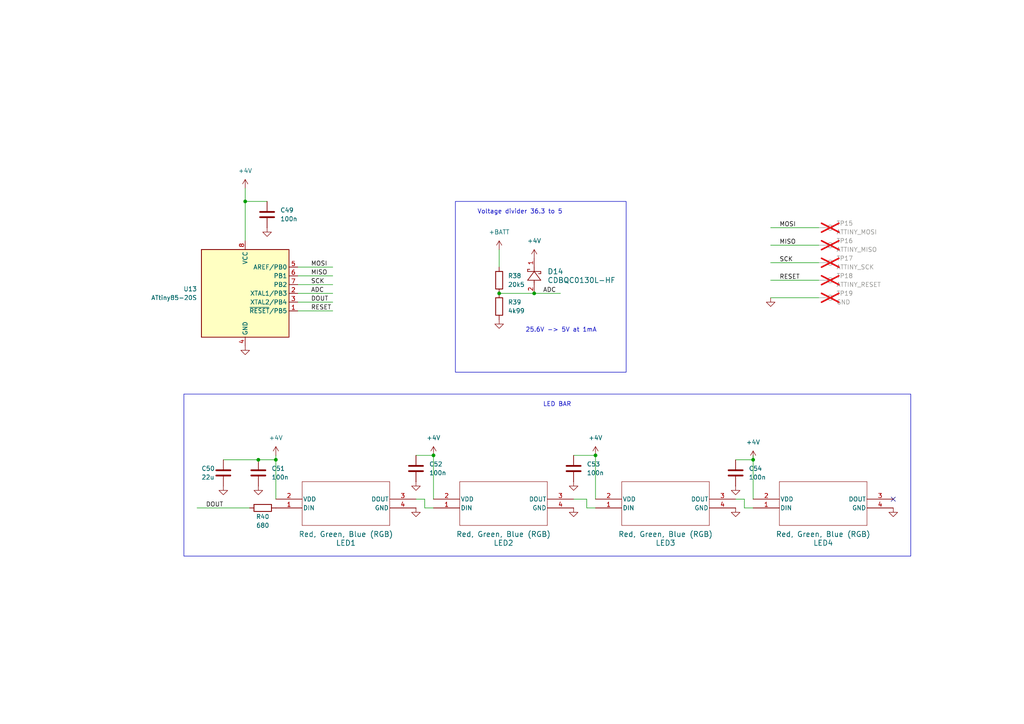
<source format=kicad_sch>
(kicad_sch (version 20231120) (generator "eeschema") (generator_version "8.0")
  (paper "A4")
  (lib_symbols
    (symbol "Connector:TestPoint" (pin_numbers hide) (pin_names (offset 0.762) hide)
      (property "Reference" "TP" (at 0 6.858 0))
      (property "Value" "TestPoint" (at 0 5.08 0))
      (symbol "TestPoint_0_1"
        (circle (center 0 3.302) (radius 0.762))
      )
      (symbol "TestPoint_1_1"
        (pin passive line (at 0 0 90) (length 2.54) (name "1") (number "1"))
      )
    )
    (symbol "Device:C" (pin_numbers hide) (pin_names (offset 0.254))
      (property "Reference" "C" (at 0.635 2.54 0))
      (property "Value" "C" (at 0.635 -2.54 0))
      (symbol "C_0_1"
        (polyline (pts (xy -2.032 -0.762) (xy 2.032 -0.762)) (stroke (width 0.508)))
        (polyline (pts (xy -2.032 0.762) (xy 2.032 0.762)) (stroke (width 0.508)))
      )
      (symbol "C_1_1"
        (pin passive line (at 0 3.81 270) (length 2.794) (name "~") (number "1"))
        (pin passive line (at 0 -3.81 90) (length 2.794) (name "~") (number "2"))
      )
    )
    (symbol "Device:R" (pin_numbers hide) (pin_names (offset 0))
      (property "Reference" "R" (at 2.032 0 90))
      (property "Value" "R" (at 0 0 90))
      (symbol "R_0_1"
        (rectangle (start -1.016 -2.54) (end 1.016 2.54) (stroke (width 0.254)))
      )
      (symbol "R_1_1"
        (pin passive line (at 0 3.81 270) (length 1.27) (name "~") (number "1"))
        (pin passive line (at 0 -3.81 90) (length 1.27) (name "~") (number "2"))
      )
    )
    (symbol "GND_2" (power) (pin_numbers hide) (pin_names (offset 0) hide)
      (property "Value" "GND" (at 0 -3.81 0))
      (symbol "GND_2_0_1"
        (polyline (pts (xy 0 0) (xy 0 -1.27) (xy 1.27 -1.27) (xy 0 -2.54) (xy -1.27 -1.27) (xy 0 -1.27)))
      )
      (symbol "GND_2_1_1"
        (pin power_in line (at 0 0 270) (length 0) (name "~") (number "1"))
      )
    )
    (symbol "MCU_Microchip_ATtiny:ATtiny85-20S"
      (property "Reference" "U" (at -12.7 13.97 0))
      (property "Value" "ATtiny85-20S" (at 2.54 -13.97 0))
      (symbol "ATtiny85-20S_0_1"
        (rectangle (start -12.7 -12.7) (end 12.7 12.7) (stroke (width 0.254)) (fill (type background)))
      )
      (symbol "ATtiny85-20S_1_1"
        (pin bidirectional line (at 15.24 -5.08 180) (length 2.54) (name "~{RESET}/PB5") (number "1"))
        (pin bidirectional line (at 15.24 0 180) (length 2.54) (name "XTAL1/PB3") (number "2"))
        (pin bidirectional line (at 15.24 -2.54 180) (length 2.54) (name "XTAL2/PB4") (number "3"))
        (pin power_in line (at 0 -15.24 90) (length 2.54) (name "GND") (number "4"))
        (pin bidirectional line (at 15.24 7.62 180) (length 2.54) (name "AREF/PB0") (number "5"))
        (pin bidirectional line (at 15.24 5.08 180) (length 2.54) (name "PB1") (number "6"))
        (pin bidirectional line (at 15.24 2.54 180) (length 2.54) (name "PB2") (number "7"))
        (pin power_in line (at 0 15.24 270) (length 2.54) (name "VCC") (number "8"))
      )
    )
    (symbol "Project_Library:CDBQC0130L-HF" (pin_names (offset 0.254))
      (property "Reference" "CR" (at 5.08 4.445 0))
      (property "Value" "CDBQC0130L-HF" (at 5.08 -3.81 0))
      (symbol "CDBQC0130L-HF_0_1"
        (polyline (pts (xy 2.54 0) (xy 3.4798 0)) (stroke (width 0.2032)))
        (polyline (pts (xy 3.175 0) (xy 3.81 0)) (stroke (width 0.2032)))
        (polyline (pts (xy 3.81 -1.905) (xy 6.35 0)) (stroke (width 0.2032)))
        (polyline (pts (xy 3.81 1.905) (xy 3.81 -1.905)) (stroke (width 0.2032)))
        (polyline (pts (xy 5.715 -1.905) (xy 5.715 -1.27)) (stroke (width 0.2032)))
        (polyline (pts (xy 6.35 -1.905) (xy 5.715 -1.905)) (stroke (width 0.2032)))
        (polyline (pts (xy 6.35 -1.905) (xy 6.35 1.905)) (stroke (width 0.2032)))
        (polyline (pts (xy 6.35 0) (xy 3.81 1.905)) (stroke (width 0.2032)))
        (polyline (pts (xy 6.35 0) (xy 7.62 0)) (stroke (width 0.2032)))
        (polyline (pts (xy 6.35 1.905) (xy 6.985 1.905)) (stroke (width 0.2032)))
        (polyline (pts (xy 6.985 1.905) (xy 6.985 1.27)) (stroke (width 0.2032)))
        (pin unspecified line (at 10.16 0 180) (length 2.54) (name "") (number "1"))
        (pin unspecified line (at 0 0 0) (length 2.54) (name "") (number "2"))
      )
    )
    (symbol "Project_Library:IN-PI15TAT5R5G5B" (pin_names (offset 0.254))
      (property "Reference" "LED" (at 20.32 10.16 0))
      (property "Value" "IN-PI15TAT5R5G5B" (at 20.32 7.62 0))
      (symbol "IN-PI15TAT5R5G5B_0_1"
        (polyline (pts (xy 7.62 -7.62) (xy 33.02 -7.62)) (stroke (width 0.127)))
        (polyline (pts (xy 7.62 5.08) (xy 7.62 -7.62)) (stroke (width 0.127)))
        (polyline (pts (xy 33.02 -7.62) (xy 33.02 5.08)) (stroke (width 0.127)))
        (polyline (pts (xy 33.02 5.08) (xy 7.62 5.08)) (stroke (width 0.127)))
        (pin input line (at 0 0 0) (length 7.62) (name "DIN") (number "1"))
        (pin power_in line (at 0 -2.54 0) (length 7.62) (name "VDD") (number "2"))
        (pin output line (at 40.64 -2.54 180) (length 7.62) (name "DOUT") (number "3"))
      )
      (symbol "IN-PI15TAT5R5G5B_1_1"
        (pin power_in line (at 40.64 0 180) (length 7.62) (name "GND") (number "4"))
      )
    )
    (symbol "power:+4V" (power) (pin_numbers hide) (pin_names (offset 0) hide)
      (property "Value" "+4V" (at 0 3.556 0))
      (symbol "+4V_0_1"
        (polyline (pts (xy -0.762 1.27) (xy 0 2.54)))
        (polyline (pts (xy 0 0) (xy 0 2.54)))
        (polyline (pts (xy 0 2.54) (xy 0.762 1.27)))
      )
      (symbol "+4V_1_1"
        (pin power_in line (at 0 0 90) (length 0) (name "~") (number "1"))
      )
    )
    (symbol "power:+BATT" (power) (pin_numbers hide) (pin_names (offset 0) hide)
      (property "Value" "+BATT" (at 0 3.556 0))
      (symbol "+BATT_0_1"
        (polyline (pts (xy -0.762 1.27) (xy 0 2.54)))
        (polyline (pts (xy 0 0) (xy 0 2.54)))
        (polyline (pts (xy 0 2.54) (xy 0.762 1.27)))
      )
      (symbol "+BATT_1_1"
        (pin power_in line (at 0 0 90) (length 0) (name "~") (number "1"))
      )
    )
  )
  (junction (at 125.73 132.08))
  (junction (at 74.93 133.35))
  (junction (at 218.44 133.35))
  (junction (at 71.12 58.42))
  (junction (at 80.01 133.35))
  (junction (at 172.72 132.08))
  (junction (at 154.94 85.09))
  (junction (at 144.78 85.09))
  (no_connect (at 259.08 144.78))
  (wire (pts (xy 120.65 144.78) (xy 123.19 144.78)))
  (wire (pts (xy 172.72 132.08) (xy 172.72 144.78)))
  (wire (pts (xy 170.18 147.32) (xy 172.72 147.32)))
  (wire (pts (xy 125.73 132.08) (xy 125.73 144.78)))
  (wire (pts (xy 223.52 86.36) (xy 237.49 86.36)))
  (wire (pts (xy 74.93 133.35) (xy 80.01 133.35)))
  (wire (pts (xy 86.36 85.09) (xy 96.52 85.09)))
  (wire (pts (xy 86.36 87.63) (xy 96.52 87.63)))
  (wire (pts (xy 213.36 133.35) (xy 218.44 133.35)))
  (wire (pts (xy 80.01 133.35) (xy 80.01 144.78)))
  (wire (pts (xy 215.9 147.32) (xy 218.44 147.32)))
  (wire (pts (xy 215.9 144.78) (xy 215.9 147.32)))
  (wire (pts (xy 71.12 54.61) (xy 71.12 58.42)))
  (wire (pts (xy 223.52 66.04) (xy 237.49 66.04)))
  (wire (pts (xy 123.19 144.78) (xy 123.19 147.32)))
  (wire (pts (xy 218.44 132.08) (xy 218.44 133.35)))
  (wire (pts (xy 154.94 85.09) (xy 162.56 85.09)))
  (wire (pts (xy 223.52 76.2) (xy 237.49 76.2)))
  (wire (pts (xy 213.36 144.78) (xy 215.9 144.78)))
  (wire (pts (xy 218.44 133.35) (xy 218.44 144.78)))
  (wire (pts (xy 144.78 85.09) (xy 154.94 85.09)))
  (wire (pts (xy 86.36 90.17) (xy 96.52 90.17)))
  (wire (pts (xy 123.19 147.32) (xy 125.73 147.32)))
  (wire (pts (xy 223.52 81.28) (xy 237.49 81.28)))
  (wire (pts (xy 120.65 132.08) (xy 125.73 132.08)))
  (wire (pts (xy 71.12 58.42) (xy 71.12 69.85)))
  (wire (pts (xy 144.78 72.39) (xy 144.78 77.47)))
  (wire (pts (xy 80.01 132.08) (xy 80.01 133.35)))
  (wire (pts (xy 170.18 144.78) (xy 170.18 147.32)))
  (wire (pts (xy 71.12 58.42) (xy 77.47 58.42)))
  (wire (pts (xy 166.37 144.78) (xy 170.18 144.78)))
  (wire (pts (xy 166.37 132.08) (xy 172.72 132.08)))
  (wire (pts (xy 223.52 71.12) (xy 237.49 71.12)))
  (wire (pts (xy 86.36 80.01) (xy 96.52 80.01)))
  (wire (pts (xy 86.36 77.47) (xy 96.52 77.47)))
  (wire (pts (xy 57.15 147.32) (xy 72.39 147.32)))
  (wire (pts (xy 64.77 133.35) (xy 74.93 133.35)))
  (wire (pts (xy 86.36 82.55) (xy 96.52 82.55)))
  (rectangle (start 53.34 114.3) (end 264.16 161.29))
  (rectangle (start 132.08 58.42) (end 181.61 107.95))
  (text "Voltage divider 36.3 to 5" (at 138.43 62.23 0) (effects (font (size 1.27 1.27)) (justify left bottom)))
  (text "LED BAR" (at 157.48 118.11 0) (effects (font (size 1.27 1.27)) (justify left bottom)))
  (text "25.6V -> 5V at 1mA\n" (at 152.4 96.52 0) (effects (font (size 1.27 1.27)) (justify left bottom)))
  (label "MISO" (at 90.17 80.01 0))
  (label "MOSI" (at 90.17 77.47 0))
  (label "DOUT" (at 59.69 147.32 0))
  (label "RESET" (at 90.17 90.17 0))
  (label "ADC" (at 157.48 85.09 0))
  (label "SCK" (at 226.06 76.2 0))
  (label "SCK" (at 90.17 82.55 0))
  (label "ADC" (at 90.17 85.09 0))
  (label "MOSI" (at 226.06 66.04 0))
  (label "RESET" (at 226.06 81.28 0))
  (label "DOUT" (at 90.17 87.63 0))
  (label "MISO" (at 226.06 71.12 0))
  (symbol (lib_name "GND_2") (lib_id "power:GND") (at 213.36 147.32 0) (unit 1)
    (property "Reference" "#PWR01107" (effects (hide yes)))
    (property "Value" "GND" (effects (hide yes)))
    (property "Description" "Power symbol creates a global label with name \"GND\" , ground" (effects (hide yes)))
  )
  (symbol (lib_id "Device:R") (at 144.78 88.9 0) (unit 1)
    (property "Reference" "R39" (at 147.32 87.63 0) (effects (justify left)))
    (property "Value" "4k99" (at 147.32 90.17 0) (effects (justify left)))
    (property "Footprint" "Resistor_SMD:R_0402_1005Metric" (effects (hide yes)))
    (property "Tolerance" "0.1%" (effects (hide yes)))
    (property "Manufactorer" "YAGEO" (effects (hide yes)))
    (property "Part Number" "RT0402BRD074K99L" (effects (hide yes)))
  )
  (symbol (lib_id "Project_Library:IN-PI15TAT5R5G5B") (at 172.72 147.32 0) (mirror x) (unit 1)
    (property "Reference" "LED3" (at 193.04 157.48 0) (effects (font (size 1.524 1.524))))
    (property "Value" "Red, Green, Blue (RGB)" (at 193.04 154.94 0) (effects (font (size 1.524 1.524))))
    (property "Footprint" "Project:IN-PI15_INL" (effects (hide yes)))
    (property "Datasheet" "https://www.inolux-corp.com/datasheet/SMDLED/Addressable%20LED/IN-PI15TAT5R5G5B_v1.0.pdf" (effects (hide yes)))
    (property "Manufactorer" "Inolux" (effects (hide yes)))
    (property "Part Number" "IN-PI15TAT5R5G5B" (effects (hide yes)))
  )
  (symbol (lib_name "GND_2") (lib_id "power:GND") (at 71.12 100.33 0) (unit 1)
    (property "Reference" "#PWR01093" (effects (hide yes)))
    (property "Value" "GND" (effects (hide yes)))
    (property "Description" "Power symbol creates a global label with name \"GND\" , ground" (effects (hide yes)))
  )
  (symbol (lib_name "GND_2") (lib_id "power:GND") (at 166.37 139.7 0) (unit 1)
    (property "Reference" "#PWR01103" (effects (hide yes)))
    (property "Value" "GND" (effects (hide yes)))
    (property "Description" "Power symbol creates a global label with name \"GND\" , ground" (effects (hide yes)))
  )
  (symbol (lib_id "power:+4V") (at 125.73 132.08 0) (unit 1)
    (property "Reference" "#PWR01099" (effects (hide yes)))
    (property "Value" "+4V" (at 125.73 127 0))
    (property "Description" "Power symbol creates a global label with name \"+4V\"" (effects (hide yes)))
  )
  (symbol (lib_id "Project_Library:CDBQC0130L-HF") (at 154.94 85.09 90) (unit 1)
    (property "Reference" "D14" (at 158.75 78.74 90) (effects (font (size 1.524 1.524)) (justify right)))
    (property "Value" "CDBQC0130L-HF" (at 158.75 81.28 90) (effects (font (size 1.524 1.524)) (justify right)))
    (property "Footprint" "Project:SDO_0402C&slash_SOD-923F_CIP" (effects (hide yes)))
    (property "Datasheet" "https://www.comchiptech.com/admin/files/product/CDBQC0130L-HF%20RevB681116.pdf" (effects (hide yes)))
    (property "Amps" "0.1" (effects (hide yes)))
    (property "Manufactorer" "Comchip" (effects (hide yes)))
    (property "Part Number" "CDBQC0130L-HF" (effects (hide yes)))
    (property "Voltage" "30" (effects (hide yes)))
  )
  (symbol (lib_id "power:+4V") (at 154.94 74.93 0) (unit 1)
    (property "Reference" "#PWR01102" (effects (hide yes)))
    (property "Value" "+4V" (at 154.94 69.85 0))
    (property "Description" "Power symbol creates a global label with name \"+4V\"" (effects (hide yes)))
  )
  (symbol (lib_id "Device:C") (at 77.47 62.23 0) (unit 1)
    (property "Reference" "C49" (at 81.28 60.96 0) (effects (justify left)))
    (property "Value" "100n" (at 81.28 63.5 0) (effects (justify left)))
    (property "Footprint" "Capacitor_SMD:C_0402_1005Metric" (effects (hide yes)))
    (property "Manufactorer" "YAGEO" (effects (hide yes)))
    (property "Part Number" "CC0402KRX5R8BB104" (effects (hide yes)))
    (property "Voltage" "25" (effects (hide yes)))
    (property "Tolerance" "10%" (effects (hide yes)))
  )
  (symbol (lib_name "GND_2") (lib_id "power:GND") (at 64.77 140.97 0) (unit 1)
    (property "Reference" "#PWR01091" (effects (hide yes)))
    (property "Value" "GND" (effects (hide yes)))
    (property "Description" "Power symbol creates a global label with name \"GND\" , ground" (effects (hide yes)))
  )
  (symbol (lib_id "power:+4V") (at 71.12 54.61 0) (unit 1)
    (property "Reference" "#PWR01092" (effects (hide yes)))
    (property "Value" "+4V" (at 71.12 49.53 0))
    (property "Description" "Power symbol creates a global label with name \"+4V\"" (effects (hide yes)))
  )
  (symbol (lib_id "Device:R") (at 76.2 147.32 270) (unit 1)
    (property "Reference" "R40" (at 76.2 149.86 90))
    (property "Value" "680" (at 76.2 152.4 90))
    (property "Footprint" "Resistor_SMD:R_0402_1005Metric" (effects (hide yes)))
    (property "Manufactorer" "YAGEO" (effects (hide yes)))
    (property "Part Number" "RC0402FR-07680RP" (effects (hide yes)))
    (property "Tolerance" "1%" (effects (hide yes)))
  )
  (symbol (lib_name "GND_2") (lib_id "power:GND") (at 166.37 147.32 0) (unit 1)
    (property "Reference" "#PWR01104" (effects (hide yes)))
    (property "Value" "GND" (effects (hide yes)))
    (property "Description" "Power symbol creates a global label with name \"GND\" , ground" (effects (hide yes)))
  )
  (symbol (lib_id "Project_Library:IN-PI15TAT5R5G5B") (at 80.01 147.32 0) (mirror x) (unit 1)
    (property "Reference" "LED1" (at 100.33 157.48 0) (effects (font (size 1.524 1.524))))
    (property "Value" "Red, Green, Blue (RGB)" (at 100.33 154.94 0) (effects (font (size 1.524 1.524))))
    (property "Footprint" "Project:IN-PI15_INL" (effects (hide yes)))
    (property "Datasheet" "https://www.inolux-corp.com/datasheet/SMDLED/Addressable%20LED/IN-PI15TAT5R5G5B_v1.0.pdf" (effects (hide yes)))
    (property "Manufactorer" "Inolux" (effects (hide yes)))
    (property "Part Number" "IN-PI15TAT5R5G5B" (effects (hide yes)))
  )
  (symbol (lib_id "Device:C") (at 120.65 135.89 0) (unit 1)
    (property "Reference" "C52" (at 124.46 134.6199 0) (effects (justify left)))
    (property "Value" "100n" (at 124.46 137.1599 0) (effects (justify left)))
    (property "Footprint" "Capacitor_SMD:C_0402_1005Metric" (effects (hide yes)))
    (property "Tolerance" "10%" (effects (hide yes)))
    (property "Manufactorer" "YAGEO" (effects (hide yes)))
    (property "Part Number" "CC0402KRX5R8BB104" (effects (hide yes)))
    (property "Voltage" "25" (effects (hide yes)))
  )
  (symbol (lib_id "power:+4V") (at 172.72 132.08 0) (unit 1)
    (property "Reference" "#PWR01105" (effects (hide yes)))
    (property "Value" "+4V" (at 172.72 127 0))
    (property "Description" "Power symbol creates a global label with name \"+4V\"" (effects (hide yes)))
  )
  (symbol (lib_name "GND_2") (lib_id "power:GND") (at 120.65 147.32 0) (unit 1)
    (property "Reference" "#PWR01098" (effects (hide yes)))
    (property "Value" "GND" (effects (hide yes)))
    (property "Description" "Power symbol creates a global label with name \"GND\" , ground" (effects (hide yes)))
  )
  (symbol (lib_name "GND_2") (lib_id "power:GND") (at 259.08 147.32 0) (unit 1)
    (property "Reference" "#PWR01110" (effects (hide yes)))
    (property "Value" "GND" (effects (hide yes)))
    (property "Description" "Power symbol creates a global label with name \"GND\" , ground" (effects (hide yes)))
  )
  (symbol (lib_id "MCU_Microchip_ATtiny:ATtiny85-20S") (at 71.12 85.09 0) (unit 1)
    (property "Reference" "U13" (at 57.15 83.8199 0) (effects (justify right)))
    (property "Value" "ATtiny85-20S" (at 57.15 86.3599 0) (effects (justify right)))
    (property "Footprint" "Package_SO:SOIC-8W_5.3x5.3mm_P1.27mm" (effects (hide yes)))
    (property "Datasheet" "http://ww1.microchip.com/downloads/en/DeviceDoc/atmel-2586-avr-8-bit-microcontroller-attiny25-attiny45-attiny85_datasheet.pdf" (effects (hide yes)))
    (property "Manufactorer" "Microchip Technology" (effects (hide yes)))
    (property "Part Number" "ATTINY85-20SU" (effects (hide yes)))
  )
  (symbol (lib_id "Device:C") (at 213.36 137.16 0) (unit 1)
    (property "Reference" "C54" (at 217.17 135.89 0) (effects (justify left)))
    (property "Value" "100n" (at 217.17 138.43 0) (effects (justify left)))
    (property "Footprint" "Capacitor_SMD:C_0402_1005Metric" (effects (hide yes)))
    (property "Manufactorer" "YAGEO" (effects (hide yes)))
    (property "Part Number" "CC0402KRX5R8BB104" (effects (hide yes)))
    (property "Voltage" "25" (effects (hide yes)))
    (property "Tolerance" "10%" (effects (hide yes)))
  )
  (symbol (lib_id "Connector:TestPoint") (at 237.49 86.36 270) (mirror x) (unit 1) (dnp yes)
    (property "Reference" "TP19" (at 242.57 85.09 90) (effects (justify left)))
    (property "Value" "GND" (at 242.57 87.63 90) (effects (justify left)))
    (property "Footprint" "Project:TestPoint_Pad_1.0x1.5mm" (effects (hide yes)))
    (property "Note" "DNP" (effects (hide yes)))
    (property "Assemby" "Copper pad: no assembly required" (effects (hide yes)))
  )
  (symbol (lib_id "Project_Library:IN-PI15TAT5R5G5B") (at 125.73 147.32 0) (mirror x) (unit 1)
    (property "Reference" "LED2" (at 146.05 157.48 0) (effects (font (size 1.524 1.524))))
    (property "Value" "Red, Green, Blue (RGB)" (at 146.05 154.94 0) (effects (font (size 1.524 1.524))))
    (property "Footprint" "Project:IN-PI15_INL" (effects (hide yes)))
    (property "Datasheet" "https://www.inolux-corp.com/datasheet/SMDLED/Addressable%20LED/IN-PI15TAT5R5G5B_v1.0.pdf" (effects (hide yes)))
    (property "Manufactorer" "Inolux" (effects (hide yes)))
    (property "Part Number" "IN-PI15TAT5R5G5B" (effects (hide yes)))
  )
  (symbol (lib_id "power:+BATT") (at 144.78 72.39 0) (unit 1)
    (property "Reference" "#PWR01100" (effects (hide yes)))
    (property "Value" "+BATT" (at 144.78 67.31 0))
    (property "Description" "Power symbol creates a global label with name \"+BATT\"" (effects (hide yes)))
  )
  (symbol (lib_id "power:+4V") (at 80.01 132.08 0) (unit 1)
    (property "Reference" "#PWR01096" (effects (hide yes)))
    (property "Value" "+4V" (at 80.01 127 0))
    (property "Description" "Power symbol creates a global label with name \"+4V\"" (effects (hide yes)))
  )
  (symbol (lib_name "GND_2") (lib_id "power:GND") (at 144.78 92.71 0) (unit 1)
    (property "Reference" "#PWR01101" (effects (hide yes)))
    (property "Value" "GND" (effects (hide yes)))
    (property "Description" "Power symbol creates a global label with name \"GND\" , ground" (effects (hide yes)))
  )
  (symbol (lib_id "Device:C") (at 64.77 137.16 0) (unit 1)
    (property "Reference" "C50" (at 58.42 135.89 0) (effects (justify left)))
    (property "Value" "22u" (at 58.42 138.43 0) (effects (justify left)))
    (property "Footprint" "Capacitor_SMD:C_0805_2012Metric" (effects (hide yes)))
    (property "Tolerance" "20%" (effects (hide yes)))
    (property "Manufactorer" "Murata" (effects (hide yes)))
    (property "Part Number" "GRM21BR61E226ME44K" (effects (hide yes)))
    (property "Voltage" "25" (effects (hide yes)))
  )
  (symbol (lib_id "Device:C") (at 166.37 135.89 0) (unit 1)
    (property "Reference" "C53" (at 170.18 134.6199 0) (effects (justify left)))
    (property "Value" "100n" (at 170.18 137.1599 0) (effects (justify left)))
    (property "Footprint" "Capacitor_SMD:C_0402_1005Metric" (effects (hide yes)))
    (property "Manufactorer" "YAGEO" (effects (hide yes)))
    (property "Part Number" "CC0402KRX5R8BB104" (effects (hide yes)))
    (property "Voltage" "25" (effects (hide yes)))
    (property "Tolerance" "10%" (effects (hide yes)))
  )
  (symbol (lib_id "Connector:TestPoint") (at 237.49 81.28 270) (mirror x) (unit 1) (dnp yes)
    (property "Reference" "TP18" (at 242.57 80.01 90) (effects (justify left)))
    (property "Value" "ATTINY_RESET" (at 242.57 82.55 90) (effects (justify left)))
    (property "Footprint" "Project:TestPoint_Pad_1.0x1.5mm" (effects (hide yes)))
    (property "Note" "DNP" (effects (hide yes)))
    (property "Assemby" "Copper pad: no assembly required" (effects (hide yes)))
  )
  (symbol (lib_name "GND_2") (lib_id "power:GND") (at 74.93 140.97 0) (unit 1)
    (property "Reference" "#PWR01094" (effects (hide yes)))
    (property "Value" "GND" (effects (hide yes)))
    (property "Description" "Power symbol creates a global label with name \"GND\" , ground" (effects (hide yes)))
  )
  (symbol (lib_id "Device:C") (at 74.93 137.16 0) (unit 1)
    (property "Reference" "C51" (at 78.74 135.8899 0) (effects (justify left)))
    (property "Value" "100n" (at 78.74 138.4299 0) (effects (justify left)))
    (property "Footprint" "Capacitor_SMD:C_0402_1005Metric" (effects (hide yes)))
    (property "Manufactorer" "YAGEO" (effects (hide yes)))
    (property "Part Number" "CC0402KRX5R8BB104" (effects (hide yes)))
    (property "Voltage" "25" (effects (hide yes)))
    (property "Tolerance" "10%" (effects (hide yes)))
  )
  (symbol (lib_id "Connector:TestPoint") (at 237.49 76.2 270) (mirror x) (unit 1) (dnp yes)
    (property "Reference" "TP17" (at 242.57 74.93 90) (effects (justify left)))
    (property "Value" "ATTINY_SCK" (at 242.57 77.47 90) (effects (justify left)))
    (property "Footprint" "Project:TestPoint_Pad_1.0x1.5mm" (effects (hide yes)))
    (property "Note" "DNP" (effects (hide yes)))
    (property "Assemby" "Copper pad: no assembly required" (effects (hide yes)))
  )
  (symbol (lib_id "Connector:TestPoint") (at 237.49 71.12 270) (mirror x) (unit 1) (dnp yes)
    (property "Reference" "TP16" (at 242.57 69.85 90) (effects (justify left)))
    (property "Value" "ATTINY_MISO" (at 242.57 72.39 90) (effects (justify left)))
    (property "Footprint" "Project:TestPoint_Pad_1.0x1.5mm" (effects (hide yes)))
    (property "Note" "DNP" (effects (hide yes)))
    (property "Assemby" "Copper pad: no assembly required" (effects (hide yes)))
  )
  (symbol (lib_name "GND_2") (lib_id "power:GND") (at 223.52 86.36 0) (unit 1)
    (property "Reference" "#PWR01109" (effects (hide yes)))
    (property "Value" "GND" (effects (hide yes)))
    (property "Description" "Power symbol creates a global label with name \"GND\" , ground" (effects (hide yes)))
  )
  (symbol (lib_id "Device:R") (at 144.78 81.28 0) (unit 1)
    (property "Reference" "R38" (at 147.32 80.01 0) (effects (justify left)))
    (property "Value" "20k5" (at 147.32 82.55 0) (effects (justify left)))
    (property "Footprint" "Resistor_SMD:R_0402_1005Metric" (effects (hide yes)))
    (property "Tolerance" "0.1%" (effects (hide yes)))
    (property "Manufactorer" "YAGEO" (effects (hide yes)))
    (property "Part Number" "RT0402BRD0720K5L" (effects (hide yes)))
  )
  (symbol (lib_name "GND_2") (lib_id "power:GND") (at 77.47 66.04 0) (unit 1)
    (property "Reference" "#PWR01095" (effects (hide yes)))
    (property "Value" "GND" (effects (hide yes)))
    (property "Description" "Power symbol creates a global label with name \"GND\" , ground" (effects (hide yes)))
  )
  (symbol (lib_name "GND_2") (lib_id "power:GND") (at 120.65 139.7 0) (unit 1)
    (property "Reference" "#PWR01097" (effects (hide yes)))
    (property "Value" "GND" (effects (hide yes)))
    (property "Description" "Power symbol creates a global label with name \"GND\" , ground" (effects (hide yes)))
  )
  (symbol (lib_name "GND_2") (lib_id "power:GND") (at 213.36 140.97 0) (unit 1)
    (property "Reference" "#PWR01106" (effects (hide yes)))
    (property "Value" "GND" (effects (hide yes)))
    (property "Description" "Power symbol creates a global label with name \"GND\" , ground" (effects (hide yes)))
  )
  (symbol (lib_id "Connector:TestPoint") (at 237.49 66.04 270) (mirror x) (unit 1) (dnp yes)
    (property "Reference" "TP15" (at 242.57 64.77 90) (effects (justify left)))
    (property "Value" "ATTINY_MOSI" (at 242.57 67.31 90) (effects (justify left)))
    (property "Footprint" "Project:TestPoint_Pad_1.0x1.5mm" (effects (hide yes)))
    (property "Note" "DNP" (effects (hide yes)))
    (property "Assemby" "Copper pad: no assembly required" (effects (hide yes)))
  )
  (symbol (lib_id "power:+4V") (at 218.44 133.35 0) (unit 1)
    (property "Reference" "#PWR01108" (effects (hide yes)))
    (property "Value" "+4V" (at 218.44 128.27 0))
    (property "Description" "Power symbol creates a global label with name \"+4V\"" (effects (hide yes)))
  )
  (symbol (lib_id "Project_Library:IN-PI15TAT5R5G5B") (at 218.44 147.32 0) (mirror x) (unit 1)
    (property "Reference" "LED4" (at 238.76 157.48 0) (effects (font (size 1.524 1.524))))
    (property "Value" "Red, Green, Blue (RGB)" (at 238.76 154.94 0) (effects (font (size 1.524 1.524))))
    (property "Footprint" "Project:IN-PI15_INL" (effects (hide yes)))
    (property "Datasheet" "https://www.inolux-corp.com/datasheet/SMDLED/Addressable%20LED/IN-PI15TAT5R5G5B_v1.0.pdf" (effects (hide yes)))
    (property "Manufactorer" "Inolux" (effects (hide yes)))
    (property "Part Number" "IN-PI15TAT5R5G5B" (effects (hide yes)))
  )
)
</source>
